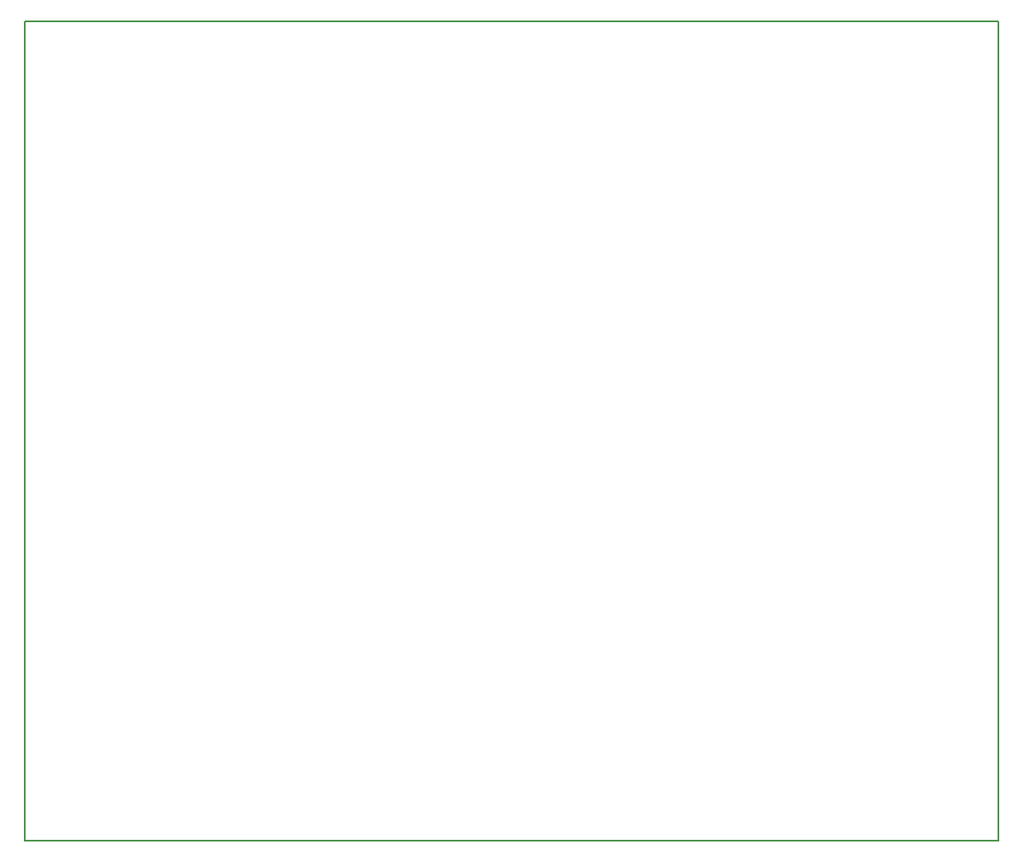
<source format=gbr>
G04 #@! TF.FileFunction,Profile,NP*
%FSLAX46Y46*%
G04 Gerber Fmt 4.6, Leading zero omitted, Abs format (unit mm)*
G04 Created by KiCad (PCBNEW 4.0.5) date 03/23/17 16:30:41*
%MOMM*%
%LPD*%
G01*
G04 APERTURE LIST*
%ADD10C,0.100000*%
%ADD11C,0.150000*%
G04 APERTURE END LIST*
D10*
D11*
X157480000Y-152400000D02*
X157480000Y-71120000D01*
X254000000Y-152400000D02*
X157480000Y-152400000D01*
X254000000Y-71120000D02*
X254000000Y-152400000D01*
X157480000Y-71120000D02*
X254000000Y-71120000D01*
M02*

</source>
